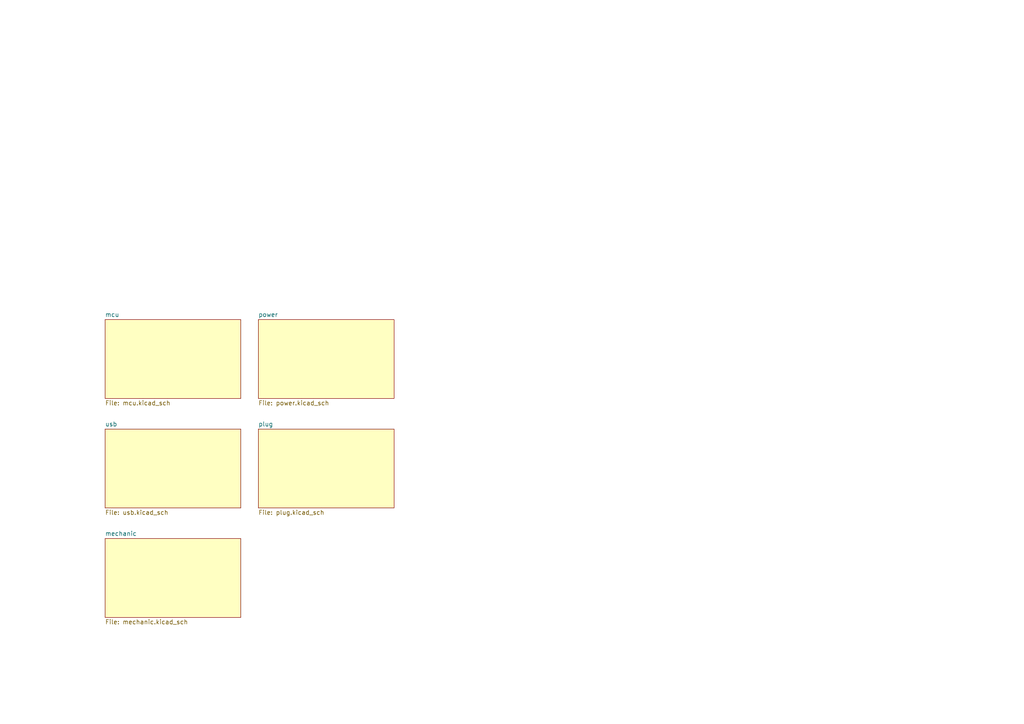
<source format=kicad_sch>
(kicad_sch
	(version 20231120)
	(generator "eeschema")
	(generator_version "8.0")
	(uuid "c658c753-a869-4eb9-a520-6b2e7fae7fd9")
	(paper "A4")
	(lib_symbols)
	(sheet
		(at 30.48 156.21)
		(size 39.37 22.86)
		(fields_autoplaced yes)
		(stroke
			(width 0.1524)
			(type solid)
		)
		(fill
			(color 255 255 194 1.0000)
		)
		(uuid "61ba284f-105d-4546-8722-74f9b4410c5d")
		(property "Sheetname" "mechanic"
			(at 30.48 155.4984 0)
			(effects
				(font
					(size 1.27 1.27)
				)
				(justify left bottom)
			)
		)
		(property "Sheetfile" "mechanic.kicad_sch"
			(at 30.48 179.6546 0)
			(effects
				(font
					(size 1.27 1.27)
				)
				(justify left top)
			)
		)
		(instances
			(project "ZW1S"
				(path "/c658c753-a869-4eb9-a520-6b2e7fae7fd9"
					(page "7")
				)
			)
		)
	)
	(sheet
		(at 74.93 92.71)
		(size 39.37 22.86)
		(fields_autoplaced yes)
		(stroke
			(width 0.1524)
			(type solid)
		)
		(fill
			(color 255 255 194 1.0000)
		)
		(uuid "9517e653-294f-4743-9b8d-25bbdad54970")
		(property "Sheetname" "power"
			(at 74.93 91.9984 0)
			(effects
				(font
					(size 1.27 1.27)
				)
				(justify left bottom)
			)
		)
		(property "Sheetfile" "power.kicad_sch"
			(at 74.93 116.1546 0)
			(effects
				(font
					(size 1.27 1.27)
				)
				(justify left top)
			)
		)
		(instances
			(project "ZW1S"
				(path "/c658c753-a869-4eb9-a520-6b2e7fae7fd9"
					(page "3")
				)
			)
		)
	)
	(sheet
		(at 30.48 92.71)
		(size 39.37 22.86)
		(fields_autoplaced yes)
		(stroke
			(width 0.1524)
			(type solid)
		)
		(fill
			(color 255 255 194 1.0000)
		)
		(uuid "bed308e1-7b03-4f89-9efc-3e92ee91bd02")
		(property "Sheetname" "mcu"
			(at 30.48 91.9984 0)
			(effects
				(font
					(size 1.27 1.27)
				)
				(justify left bottom)
			)
		)
		(property "Sheetfile" "mcu.kicad_sch"
			(at 30.48 116.1546 0)
			(effects
				(font
					(size 1.27 1.27)
				)
				(justify left top)
			)
		)
		(instances
			(project "ZW1S"
				(path "/c658c753-a869-4eb9-a520-6b2e7fae7fd9"
					(page "2")
				)
			)
		)
	)
	(sheet
		(at 30.48 124.46)
		(size 39.37 22.86)
		(fields_autoplaced yes)
		(stroke
			(width 0.1524)
			(type solid)
		)
		(fill
			(color 255 255 194 1.0000)
		)
		(uuid "ce59eec0-7d41-4ec7-bf63-0f29922ef92c")
		(property "Sheetname" "usb"
			(at 30.48 123.7484 0)
			(effects
				(font
					(size 1.27 1.27)
				)
				(justify left bottom)
			)
		)
		(property "Sheetfile" "usb.kicad_sch"
			(at 30.48 147.9046 0)
			(effects
				(font
					(size 1.27 1.27)
				)
				(justify left top)
			)
		)
		(instances
			(project "ZW1S"
				(path "/c658c753-a869-4eb9-a520-6b2e7fae7fd9"
					(page "4")
				)
			)
		)
	)
	(sheet
		(at 74.93 124.46)
		(size 39.37 22.86)
		(fields_autoplaced yes)
		(stroke
			(width 0.1524)
			(type solid)
		)
		(fill
			(color 255 255 194 1.0000)
		)
		(uuid "cfdc2bd0-e52f-4e45-9f57-35a106e1bb09")
		(property "Sheetname" "plug"
			(at 74.93 123.7484 0)
			(effects
				(font
					(size 1.27 1.27)
				)
				(justify left bottom)
			)
		)
		(property "Sheetfile" "plug.kicad_sch"
			(at 74.93 147.9046 0)
			(effects
				(font
					(size 1.27 1.27)
				)
				(justify left top)
			)
		)
		(instances
			(project "ZW1S"
				(path "/c658c753-a869-4eb9-a520-6b2e7fae7fd9"
					(page "6")
				)
			)
		)
	)
	(sheet_instances
		(path "/"
			(page "1")
		)
	)
)

</source>
